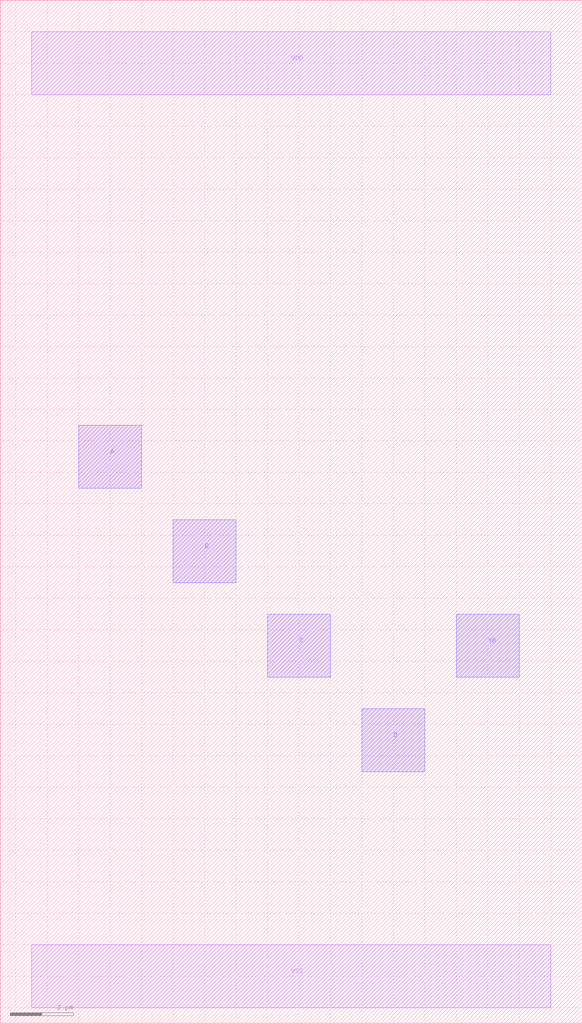
<source format=lef>
# C:/Users/akita/Documents/na41.lef
# Created by Glade release version 4.7.35 compiled on May 19 2020 19:14:35
# Run by akita on host LAPTOP-E0CJ65QR at Wed Jun  3 17:37:29 2020

VERSION 5.6 ;
NAMESCASESENSITIVE ON ;
BUSBITCHARS "[]" ;
DIVIDERCHAR "/"  ;
UNITS
    DATABASE MICRONS 1000 ;
END UNITS

MACRO na41
    CLASS core ;
    FOREIGN na41 -1.500 -1.500 ;
    ORIGIN 1.500 1.500 ;
    SIZE 18.500 BY 32.500 ;
    PIN YB
        DIRECTION OUTPUT ;
        USE SIGNAL ;
        PORT
        LAYER ML2 ;
        RECT 13.000 9.500 15.000 11.500 ;
        LAYER ML1 ;
        RECT 13.000 9.500 15.000 11.500 ;
        END
    END YB
    PIN VDD
        DIRECTION INOUT ;
        USE POWER ;
        PORT
        LAYER ML1 ;
        RECT -0.500 28.000 16.000 30.000 ;
        END
    END VDD
    PIN B
        DIRECTION INPUT ;
        USE SIGNAL ;
        PORT
        LAYER ML2 ;
        RECT 4.000 12.500 6.000 14.500 ;
        LAYER ML1 ;
        RECT 4.000 12.500 6.000 14.500 ;
        END
    END B
    PIN D
        DIRECTION INPUT ;
        USE POWER ;
        PORT
        LAYER ML2 ;
        RECT 10.000 6.500 12.000 8.500 ;
        LAYER ML1 ;
        RECT 10.000 6.500 12.000 8.500 ;
        END
    END D
    PIN C
        DIRECTION INPUT ;
        USE SIGNAL ;
        PORT
        LAYER ML2 ;
        RECT 7.000 9.500 9.000 11.500 ;
        LAYER ML1 ;
        RECT 7.000 9.500 9.000 11.500 ;
        END
    END C
    PIN A
        DIRECTION INPUT ;
        USE SIGNAL ;
        PORT
        LAYER ML2 ;
        RECT 1.000 15.500 3.000 17.500 ;
        LAYER ML1 ;
        RECT 1.000 15.500 3.000 17.500 ;
        END
    END A
    PIN VSS
        DIRECTION INOUT ;
        USE GROUND ;
        PORT
        LAYER ML1 ;
        RECT -0.500 -1.000 16.000 1.000 ;
        END
    END VSS
    OBS
    END
END na41

END LIBRARY

</source>
